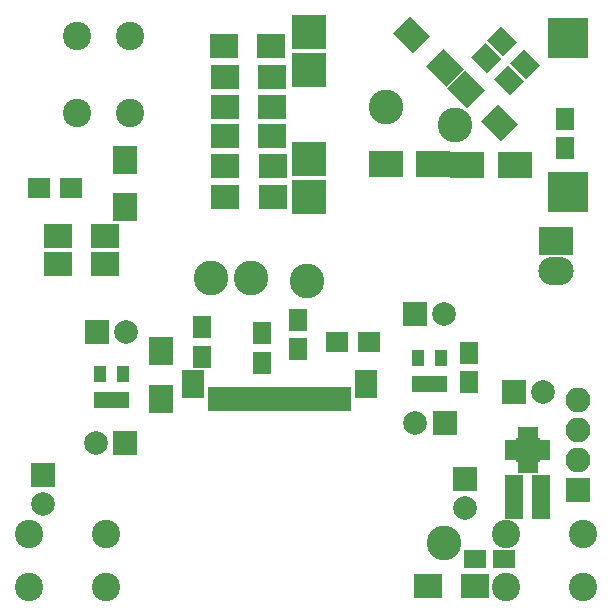
<source format=gts>
G04 #@! TF.FileFunction,Soldermask,Top*
%FSLAX46Y46*%
G04 Gerber Fmt 4.6, Leading zero omitted, Abs format (unit mm)*
G04 Created by KiCad (PCBNEW 4.0.6) date 10/19/17 05:59:14*
%MOMM*%
%LPD*%
G01*
G04 APERTURE LIST*
%ADD10C,0.100000*%
%ADD11C,2.400000*%
%ADD12R,3.400000X3.400000*%
%ADD13R,2.900000X2.900000*%
%ADD14R,2.000000X2.000000*%
%ADD15C,2.000000*%
%ADD16R,3.000000X2.400000*%
%ADD17O,3.000000X2.400000*%
%ADD18R,1.650000X1.900000*%
%ADD19R,1.900000X1.650000*%
%ADD20R,0.650000X2.000000*%
%ADD21R,1.900000X2.400000*%
%ADD22R,1.900000X1.700000*%
%ADD23R,2.100000X2.400000*%
%ADD24R,2.400000X2.100000*%
%ADD25R,0.650000X1.100000*%
%ADD26R,1.100000X0.650000*%
%ADD27R,1.225000X1.225000*%
%ADD28R,1.050000X1.460000*%
%ADD29R,2.900000X2.200000*%
%ADD30R,1.499820X3.699460*%
%ADD31C,2.940000*%
%ADD32R,2.100000X2.100000*%
%ADD33O,2.100000X2.100000*%
G04 APERTURE END LIST*
D10*
D11*
X215442800Y-137088000D03*
X215442800Y-132588000D03*
X208942800Y-137088000D03*
X208942800Y-132588000D03*
D12*
X214200000Y-90591500D03*
X214200000Y-103591500D03*
D13*
X192200000Y-104091500D03*
X192200000Y-90091500D03*
X192200000Y-93341500D03*
X192200000Y-100841500D03*
D14*
X176657000Y-124841000D03*
D15*
X174157000Y-124841000D03*
D16*
X213169500Y-107759500D03*
D17*
X213169500Y-110299500D03*
D18*
X183134000Y-117582000D03*
X183134000Y-115082000D03*
X191262000Y-116947000D03*
X191262000Y-114447000D03*
X188214000Y-118090000D03*
X188214000Y-115590000D03*
D14*
X209550000Y-120586500D03*
D15*
X212050000Y-120586500D03*
D14*
X169672000Y-127558800D03*
D15*
X169672000Y-130058800D03*
D14*
X205422500Y-127889000D03*
D15*
X205422500Y-130389000D03*
D14*
X203708000Y-123190000D03*
D15*
X201208000Y-123190000D03*
D18*
X213868000Y-97429000D03*
X213868000Y-99929000D03*
X205740000Y-119741000D03*
X205740000Y-117241000D03*
D14*
X174244000Y-115443000D03*
D15*
X176744000Y-115443000D03*
D14*
X201168000Y-113919000D03*
D15*
X203668000Y-113919000D03*
D19*
X206268000Y-134670800D03*
X208768000Y-134670800D03*
D20*
X183988000Y-121158000D03*
X184488000Y-121158000D03*
X184988000Y-121158000D03*
X185488000Y-121158000D03*
X185988000Y-121158000D03*
X186488000Y-121158000D03*
X186988000Y-121158000D03*
X187488000Y-121158000D03*
X187988000Y-121158000D03*
X188488000Y-121158000D03*
X188988000Y-121158000D03*
X189488000Y-121158000D03*
X189988000Y-121158000D03*
X190488000Y-121158000D03*
X190988000Y-121158000D03*
X191488000Y-121158000D03*
X191988000Y-121158000D03*
X192488000Y-121158000D03*
X192988000Y-121158000D03*
X193488000Y-121158000D03*
X193988000Y-121158000D03*
X194488000Y-121158000D03*
X194988000Y-121158000D03*
X195488000Y-121158000D03*
D21*
X197088000Y-119858000D03*
X182388000Y-119858000D03*
D10*
G36*
X205989114Y-92192695D02*
X207191195Y-90990614D01*
X208534698Y-92334117D01*
X207332617Y-93536198D01*
X205989114Y-92192695D01*
X205989114Y-92192695D01*
G37*
G36*
X207898302Y-94101883D02*
X209100383Y-92899802D01*
X210443886Y-94243305D01*
X209241805Y-95445386D01*
X207898302Y-94101883D01*
X207898302Y-94101883D01*
G37*
G36*
X207322614Y-90795695D02*
X208524695Y-89593614D01*
X209868198Y-90937117D01*
X208666117Y-92139198D01*
X207322614Y-90795695D01*
X207322614Y-90795695D01*
G37*
G36*
X209231802Y-92704883D02*
X210433883Y-91502802D01*
X211777386Y-92846305D01*
X210575305Y-94048386D01*
X209231802Y-92704883D01*
X209231802Y-92704883D01*
G37*
G36*
X205316204Y-93214280D02*
X203831280Y-94699204D01*
X202134224Y-93002148D01*
X203619148Y-91517224D01*
X205316204Y-93214280D01*
X205316204Y-93214280D01*
G37*
G36*
X202487776Y-90385852D02*
X201002852Y-91870776D01*
X199305796Y-90173720D01*
X200790720Y-88688796D01*
X202487776Y-90385852D01*
X202487776Y-90385852D01*
G37*
G36*
X203941296Y-94809220D02*
X205426220Y-93324296D01*
X207123276Y-95021352D01*
X205638352Y-96506276D01*
X203941296Y-94809220D01*
X203941296Y-94809220D01*
G37*
G36*
X206769724Y-97637648D02*
X208254648Y-96152724D01*
X209951704Y-97849780D01*
X208466780Y-99334704D01*
X206769724Y-97637648D01*
X206769724Y-97637648D01*
G37*
D22*
X197311000Y-116332000D03*
X194611000Y-116332000D03*
D23*
X179705000Y-117126000D03*
X179705000Y-121126000D03*
D24*
X170974000Y-107315000D03*
X174974000Y-107315000D03*
X170974000Y-109728000D03*
X174974000Y-109728000D03*
D11*
X172601500Y-96901000D03*
X177101500Y-96901000D03*
X172601500Y-90401000D03*
X177101500Y-90401000D03*
X168503600Y-132558400D03*
X168503600Y-137058400D03*
X175003600Y-132558400D03*
X175003600Y-137058400D03*
D25*
X210256500Y-126876000D03*
X210756500Y-126876000D03*
X211256500Y-126876000D03*
D26*
X212156500Y-125976000D03*
X212156500Y-125476000D03*
X212156500Y-124976000D03*
D25*
X211256500Y-124076000D03*
X210756500Y-124076000D03*
X210256500Y-124076000D03*
D26*
X209356500Y-124976000D03*
X209356500Y-125476000D03*
X209356500Y-125976000D03*
D27*
X211169000Y-125063500D03*
X210344000Y-125063500D03*
X211169000Y-125888500D03*
X210344000Y-125888500D03*
D28*
X174564000Y-121242000D03*
X175514000Y-121242000D03*
X176464000Y-121242000D03*
X176464000Y-119042000D03*
X174564000Y-119042000D03*
X201488000Y-119845000D03*
X202438000Y-119845000D03*
X203388000Y-119845000D03*
X203388000Y-117645000D03*
X201488000Y-117645000D03*
D29*
X205645000Y-101346000D03*
X209645000Y-101346000D03*
X202723500Y-101282500D03*
X198723500Y-101282500D03*
D30*
X211856320Y-129413000D03*
X209605880Y-129413000D03*
D31*
X192024000Y-111150400D03*
X204571600Y-97942400D03*
X203657200Y-133350000D03*
X187299600Y-110896400D03*
X183946800Y-110896400D03*
X198780400Y-96469200D03*
D24*
X185045600Y-91287600D03*
X189045600Y-91287600D03*
D23*
X176631600Y-104920800D03*
X176631600Y-100920800D03*
D24*
X185096400Y-93878400D03*
X189096400Y-93878400D03*
D22*
X169388800Y-103276400D03*
X172088800Y-103276400D03*
D24*
X185096400Y-96418400D03*
X189096400Y-96418400D03*
X185096400Y-98907600D03*
X189096400Y-98907600D03*
X185147200Y-101447600D03*
X189147200Y-101447600D03*
X185147200Y-104038400D03*
X189147200Y-104038400D03*
X206266800Y-136956800D03*
X202266800Y-136956800D03*
D32*
X214985600Y-128828800D03*
D33*
X214985600Y-126288800D03*
X214985600Y-123748800D03*
X214985600Y-121208800D03*
M02*

</source>
